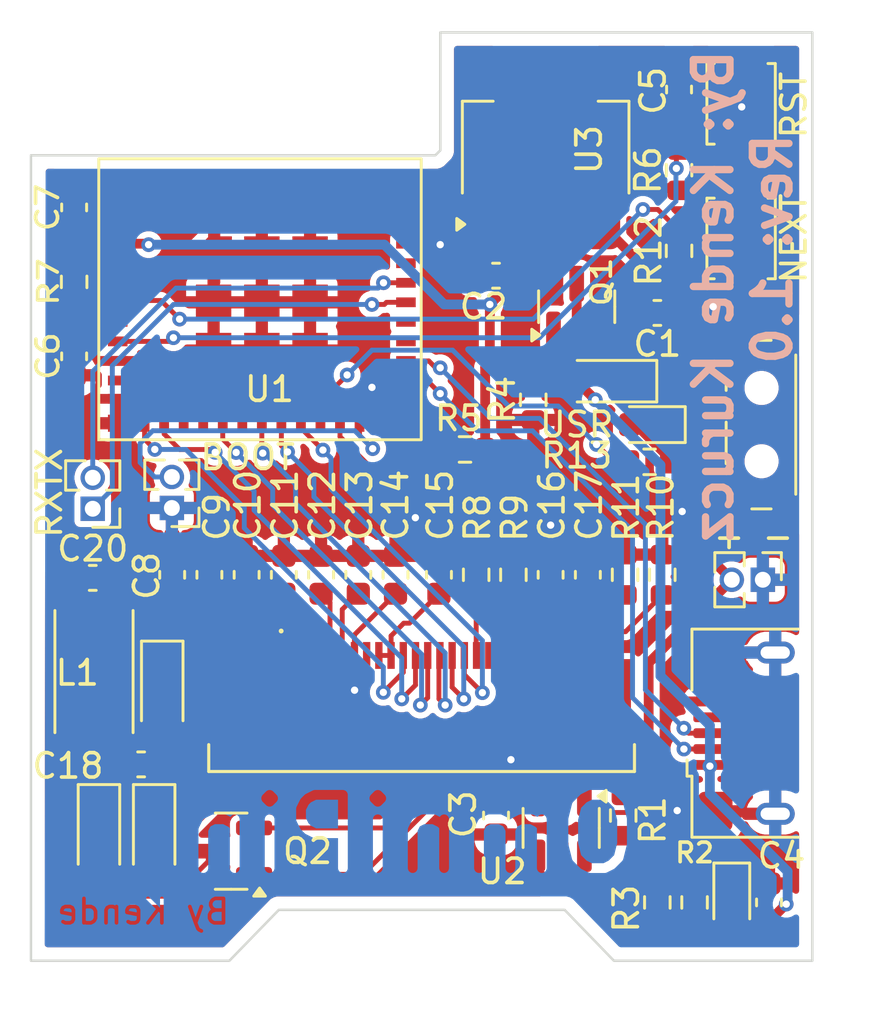
<source format=kicad_pcb>
(kicad_pcb (version 20241229) (generator "pcbnew") (generator_version "9.0")
  (layers (0 "F.Cu" signal) (2 "B.Cu" signal) (13 "F.Paste" user) (15 "B.Paste" user) (5 "F.SilkS" user "F.Silkscreen") (7 "B.SilkS" user "B.Silkscreen") (1 "F.Mask" user) (3 "B.Mask" user) (25 "Edge.Cuts" user))
  (net 0 "")
  (net 1 "GND")
  (net 2 "Net-(D1-K)")
  (net 3 "+3V3")
  (net 4 "VUSB")
  (net 5 "Net-(U1-EN)")
  (net 6 "Net-(D2-A)")
  (net 8 "D-")
  (net 9 "D+")
  (net 10 "VCOM")
  (net 11 "PREVGL")
  (net 12 "Net-(C10-Pad1)")
  (net 13 "PREVGH")
  (net 14 "Net-(D3-K)")
  (net 15 "RESE")
  (net 16 "D{slash}C")
  (net 17 "GDR")
  (net 18 "CS")
  (net 19 "BS")
  (net 20 "BUSY")
  (net 21 "Net-(U2-PROG)")
  (net 22 "Net-(U2-V_{CC})")
  (net 23 "Net-(U1-IO8)")
  (net 24 "Net-(U1-IO2)")
  (net 25 "Net-(U1-IO9)")
  (net 26 "IO5")
  (net 32 "IO0")
  (net 34 "RX")
  (net 36 "IO7")
  (net 40 "TX")
  (net 42 "IO1")
  (net 43 "IO3")
  (net 46 "Net-(D6-A)")
  (net 47 "Net-(Q1-D)")
  (net 48 "Net-(BAT1-Pin_2)")
  (net 49 "Net-(D2-K)")
  (net 52 "Net-(C12-Pad1)")
  (net 53 "Net-(C13-Pad2)")
  (net 55 "Net-(C14-Pad2)")
  (net 56 "Net-(C16-Pad1)")
  (net 57 "Net-(C17-Pad1)")
  (net 58 "Net-(D5-A)")
  (net 59 "Net-(J2-SHIELD-PadSH1)")
  (footprint "Resistor_SMD:R_0603_1608Metric" (layer "F.Cu") (at 121.92 103.3272 -90)
    (property "Reference" "R8")
    (property "Value" "10K")
  )
  (footprint "Resistor_SMD:R_0603_1608Metric" (layer "F.Cu") (at 128.016 103.3272 -90)
    (property "Reference" "R11")
    (property "Value" "3R")
  )
  (footprint "Capacitor_SMD:C_0603_1608Metric" (layer "F.Cu") (at 133.9088 116.7384 90)
    (property "Reference" "C4")
    (property "Value" "10uF")
  )
  (footprint "Capacitor_SMD:C_0603_1608Metric" (layer "F.Cu") (at 126.492 103.3272 90)
    (property "Reference" "C17")
    (property "Value" "4.7uF")
  )
  (footprint "Capacitor_SMD:C_0603_1608Metric" (layer "F.Cu") (at 112.522 103.3272 90)
    (property "Reference" "C10")
    (property "Value" "4.7uF")
  )
  (footprint "SW_BT:SW_SPDT_PCM12" (layer "F.Cu") (at 133.2738 97.1804 90)
    (property "Reference" "SW3" (hide yes))
    (property "Value" "POWER")
  )
  (footprint "Capacitor_SMD:C_0603_1608Metric" (layer "F.Cu") (at 117.094 103.3272 -90)
    (property "Reference" "C13")
    (property "Value" "1uF")
  )
  (footprint "Resistor_SMD:R_0603_1608Metric" (layer "F.Cu") (at 124.2568 96.1644 -90)
    (property "Reference" "R4")
    (property "Value" "10K")
  )
  (footprint "Resistor_SMD:R_0603_1608Metric" (layer "F.Cu") (at 130.2258 86.7664 90)
    (property "Reference" "R6")
    (property "Value" "10K")
  )
  (footprint "Inductor_SMD:L_Taiyo-Yuden_NR-30xx_HandSoldering" (layer "F.Cu") (at 106.2736 107.2898 -90)
    (property "Reference" "L1")
    (property "Value" "L")
  )
  (footprint "Capacitor_SMD:C_0603_1608Metric" (layer "F.Cu") (at 120.396 103.3272 -90)
    (property "Reference" "C15")
    (property "Value" "1uF")
  )
  (footprint "Resistor_SMD:R_0603_1608Metric" (layer "F.Cu") (at 129.3368 116.7384 90)
    (property "Reference" "R3")
    (property "Value" "0.8R")
  )
  (footprint "Capacitor_SMD:C_0603_1608Metric" (layer "F.Cu") (at 130.2258 83.4644 90)
    (property "Reference" "C5")
    (property "Value" "1uF")
  )
  (footprint "Resistor_SMD:R_0603_1608Metric" (layer "F.Cu") (at 129.54 103.3272 -90)
    (property "Reference" "R10")
    (property "Value" "10K")
  )
  (footprint "Diode_SMD:D_SOD-323_HandSoldering" (layer "F.Cu") (at 108.7374 113.9244 -90)
    (property "Reference" "D3" (hide yes))
    (property "Value" "1N5819WS" (hide yes))
  )
  (footprint "FPC:TE_2-1734839-4" (layer "F.Cu") (at 119.686 108.3292)
    (property "Reference" "J2" (hide yes))
    (property "Value" "2-1734839-4" (hide yes))
  )
  (footprint "Package_TO_SOT_SMD:SOT-23" (layer "F.Cu") (at 126.0348 92.3544 90)
    (property "Reference" "Q1")
    (property "Value" "IRLML6402" (hide yes))
  )
  (footprint "Resistor_SMD:R_0603_1608Metric" (layer "F.Cu") (at 127.9398 113.1824 90)
    (property "Reference" "R1")
    (property "Value" "2K")
  )
  (footprint "Package_TO_SOT_SMD:SOT-223-3_TabPin2" (layer "F.Cu") (at 124.7648 85.8524 90)
    (property "Reference" "U3")
    (property "Value" "AMS1117-3.3")
  )
  (footprint "Diode_SMD:D_SOD-323_HandSoldering" (layer "F.Cu") (at 109.0676 108.0518 -90)
    (property "Reference" "D4" (hide yes))
    (property "Value" "1N5819WS" (hide yes))
  )
  (footprint "Connector_PinHeader_1.27mm:PinHeader_1x02_P1.27mm_Vertical" (layer "F.Cu") (at 133.6548 103.5304 -90)
    (property "Reference" "BAT1" (hide yes))
    (property "Value" "Conn_01x02_Pin" (hide yes))
  )
  (footprint "Capacitor_SMD:C_0603_1608Metric" (layer "F.Cu") (at 108.204 111.0883 180)
    (property "Reference" "C18")
    (property "Value" "4.7uF")
  )
  (footprint "Capacitor_SMD:C_0603_1608Metric" (layer "F.Cu") (at 114.046 103.3272 90)
    (property "Reference" "C11")
    (property "Value" "4.7uF")
  )
  (footprint "Resistor_SMD:R_0603_1608Metric" (layer "F.Cu") (at 105.4608 91.3384 90)
    (property "Reference" "R7")
    (property "Value" "10K")
  )
  (footprint "Package_TO_SOT_SMD:TSOT-23-6" (layer "F.Cu") (at 125.3998 113.6904 -90)
    (property "Reference" "U2")
    (property "Value" "TP4057" (hide yes))
  )
  (footprint "Capacitor_SMD:C_0603_1608Metric" (layer "F.Cu") (at 115.57 103.3272 90)
    (property "Reference" "C12")
    (property "Value" "4.7uF")
  )
  (footprint "Capacitor_SMD:C_0603_1608Metric" (layer "F.Cu") (at 129.3368 92.6084)
    (property "Reference" "C1")
    (property "Value" "10uF")
  )
  (footprint "LED_SMD:LED_0603_1608Metric" (layer "F.Cu") (at 128.9943 97.1804 180)
    (property "Reference" "D6" (hide yes))
    (property "Value" "LED")
  )
  (footprint "Capacitor_SMD:C_0603_1608Metric" (layer "F.Cu") (at 118.618 103.3272 -90)
    (property "Reference" "C14")
    (property "Value" "1uF")
  )
  (footprint "SW_BT:SW_SPST_B3U-1000P" (layer "F.Cu") (at 132.7658 89.5604 -90)
    (property "Reference" "SW4" (hide yes))
    (property "Value" "NEXT")
  )
  (footprint "Resistor_SMD:R_0603_1608Metric" (layer "F.Cu") (at 130.2258 90.0684 90)
    (property "Reference" "R12")
    (property "Value" "10K")
  )
  (footprint "Capacitor_SMD:C_0603_1608Metric" (layer "F.Cu") (at 124.968 103.3272 90)
    (property "Reference" "C16")
    (property "Value" "4.7uF")
  )
  (footprint "Connector_PinHeader_1.27mm:PinHeader_1x02_P1.27mm_Vertical" (layer "F.Cu") (at 109.461272 100.593511 180)
    (property "Reference" "SW2" (hide yes))
    (property "Value" "BOOT")
  )
  (footprint "Resistor_SMD:R_0603_1608Metric" (layer "F.Cu") (at 123.444 103.3272 -90)
    (property "Reference" "R9")
    (property "Value" "3R")
  )
  (footprint "Package_TO_SOT_SMD:SOT-23" (layer "F.Cu") (at 111.8893 114.6404 180)
    (property "Reference" "Q2")
    (property "Value" "IRLML6244" (hide yes))
  )
  (footprint "SW_BT:SW_SPST_B3U-1000P" (layer "F.Cu") (at 132.7658 84.0504 -90)
    (property "Reference" "SW1" (hide yes))
    (property "Value" "RST")
  )
  (footprint "Capacitor_SMD:C_0603_1608Metric" (layer "F.Cu") (at 105.4608 88.2904 90)
    (property "Reference" "C7")
    (property "Value" "10uF")
  )
  (footprint "ESP32:ESP32-C3-MINI-1" (layer "F.Cu") (at 113.1448 92.1744)
    (property "Reference" "U1")
    (property "Value" "ESP32-C3-MINI-1")
  )
  (footprint "Capacitor_SMD:C_0603_1608Metric" (layer "F.Cu") (at 110.998 103.3272 90)
    (property "Reference" "C9")
    (property "Value" "4.7uF")
  )
  (footprint "Capacitor_SMD:C_0603_1608Metric" (layer "F.Cu") (at 105.4608 94.3864 -90)
    (property "Reference" "C6")
    (property "Value" "100nF")
  )
  (footprint "Capacitor_SMD:C_0603_1608Metric" (layer "F.Cu") (at 106.2228 103.4542)
    (property "Reference" "C20")
    (property "Value" "4.7uF")
  )
  (footprint "Resistor_SMD:R_0603_1608Metric" (layer "F.Cu") (at 130.8608 116.7384 -90)
    (property "Reference" "R2")
    (property "Value" "2K")
  )
  (footprint "Capacitor_SMD:C_0603_1608Metric" (layer "F.Cu") (at 122.7328 113.1824 -90)
    (property "Reference" "C3")
    (property "Value" "10uF")
  )
  (footprint "Capacitor_SMD:C_0603_1608Metric" (layer "F.Cu") (at 122.7328 91.0844 180)
    (property "Reference" "C2")
    (property "Value" "10uF")
  )
  (footprint "Capacitor_SMD:C_0603_1608Metric" (layer "F.Cu") (at 109.474 103.3272 -90)
    (property "Reference" "C8")
    (property "Value" "1uF")
  )
  (footprint "Resistor_SMD:R_0603_1608Metric" (layer "F.Cu") (at 129.0198 98.7044 180)
    (property "Reference" "R13")
    (property "Value" "470R")
  )
  (footprint "LED_SMD:LED_0603_1608Metric" (layer "F.Cu") (at 132.3848 116.6114 -90)
    (property "Reference" "D2" (hide yes))
    (property "Value" "LED")
  )
  (footprint "Connector_PinHeader_1.27mm:PinHeader_1x02_P1.27mm_Vertical" (layer "F.Cu") (at 106.2228 100.6244 180)
    (property "Reference" "J4" (hide yes))
    (property "Value" "Conn_01x02_Pin" (hide yes))
  )
  (footprint "Resistor_SMD:R_0603_1608Metric" (layer "F.Cu") (at 121.4628 98.1964 180)
    (property "Reference" "R5")
    (property "Value" "10K")
  )
  (footprint "Connector_USB:USB_Micro-B_Amphenol_10118193-0002LF_Horizontal" (layer "F.Cu") (at 134.1628 109.8104 90)
    (property "Reference" "J1" (hide yes))
    (property "Value" "USB_B_Micro")
  )
  (footprint "Diode_SMD:D_SOD-323_HandSoldering" (layer "F.Cu") (at 127.3048 95.4024 180)
    (property "Reference" "D1" (hide yes))
    (property "Value" "1N5819WS" (hide yes))
  )
  (footprint "Diode_SMD:D_SOD-323_HandSoldering" (layer "F.Cu") (at 106.4768 113.9244 -90)
    (property "Reference" "D5" (hide yes))
    (property "Value" "1N5819WS" (hide yes))
  )
  (gr_poly (pts (xy 135.6814 81.1276) (xy 135.6814 119.126) (xy 127.5588 119.126) (xy 125.540005 117.0432) (xy 113.841144 117.0432) (xy 111.8162 119.126) (xy 103.693238 119.126) (xy 103.6932 86.1568) (xy 120.249 86.1568) (xy 120.4522 85.9536) (xy 120.4522 81.1276)) (stroke (width 0.1)) (fill no) (layer "Edge.Cuts"))
  (gr_text "OmniPin" (at 128.7272 115.7224 0) (layer "B.Cu" knockout) (effects (font (size 3 3) (thickness 0.4)) (justify left bottom mirror)))
  (gr_text "By Kende" (at 111.9124 117.7036 0) (layer "B.Cu" knockout) (effects (font (size 1 1)) (justify left bottom mirror)))
  (gr_text "RST" (at 134.9248 84.0994 90) (layer "F.SilkS") (effects (font (size 1 1))))
  (gr_text "RXTX" (at 104.4448 99.9744 90) (layer "F.SilkS") (effects (font (size 1 1))))
  (gr_text "+ -" (at 133.2738 101.7524 0) (layer "F.SilkS") (effects (font (size 1 1))))
  (gr_text "USR" (at 126.0348 97.1804 0) (layer "F.SilkS") (effects (font (size 1 1))))
  (gr_text "BOOT" (at 112.562241 98.519185 0) (layer "F.SilkS") (effects (font (size 1 1) (thickness 0.15) (bold yes))))
  (gr_text "NEXT" (at 134.9248 89.5604 90) (layer "F.SilkS") (effects (font (size 1 1))))
  (gr_text "By: Kende Kurucz\n   Rev: 1.0" (at 134.9248 81.6864 90) (layer "B.SilkS") (effects (font (size 1.5 1.5) (thickness 0.3) (bold yes)) (justify left bottom mirror)))
  (segment (start 125.3998 111.8362) (end 125.9332 111.3028) (width 0.5) (layer "F.Cu") (net 1))
  (segment (start 133.9088 113.3644) (end 134.1628 113.1104) (width 0.4) (layer "F.Cu") (net 1))
  (segment (start 131.4878 106.8354) (end 131.7128 106.6104) (width 0.4) (layer "F.Cu") (net 1))
  (segment (start 125.984 111.252) (end 126.238 111.252) (width 0.5) (layer "F.Cu") (net 1))
  (segment (start 131.4983 112.7959) (end 131.7128 113.0104) (width 0.4) (layer "F.Cu") (net 1))
  (segment (start 105.7518 87.2244) (end 105.4608 87.5154) (width 0.4) (layer "F.Cu") (net 1))
  (segment (start 125.9332 111.3028) (end 125.984 111.252) (width 0.5) (layer "F.Cu") (net 1))
  (segment (start 125.3998 112.5529) (end 125.3998 111.8362) (width 0.5) (layer "F.Cu") (net 1))
  (segment (start 107.2448 87.2744) (end 107.1948 87.2244) (width 0.4) (layer "F.Cu") (net 1))
  (segment (start 107.1948 87.2244) (end 105.7518 87.2244) (width 0.4) (layer "F.Cu") (net 1))
  (segment (start 131.4878 108.5104) (end 131.4878 106.8354) (width 0.4) (layer "F.Cu") (net 1))
  (segment (start 134.1628 106.5104) (end 134.4168 106.2564) (width 0.4) (layer "F.Cu") (net 1))
  (segment (start 117.436 107.5572) (end 116.9416 108.0516) (width 0.2) (layer "F.Cu") (net 1))
  (segment (start 131.8128 113.1104) (end 131.7128 113.0104) (width 0.4) (layer "F.Cu") (net 1))
  (segment (start 117.436 106.6292) (end 117.436 107.5572) (width 0.2) (layer "F.Cu") (net 1))
  (segment (start 125.3998 112.5529) (end 125.3998 112.141) (width 0.2) (layer "F.Cu") (net 1))
  (via (at 116.9416 108.0516) (size 0.6) (drill 0.3) (layers "F.Cu" "B.Cu") (net 1))
  (via (at 124.968 101.2952) (size 0.6) (drill 0.3) (layers "F.Cu" "B.Cu") (net 1))
  (via (at 130.1496 112.9792) (size 0.6) (drill 0.3) (layers "F.Cu" "B.Cu") (net 1))
  (via (at 131.6228 92.3544) (size 0.6) (drill 0.3) (layers "F.Cu" "B.Cu") (net 1))
  (via (at 120.4468 89.8144) (size 0.6) (drill 0.3) (layers "F.Cu" "B.Cu") (net 1))
  (via (at 119.4308 100.9904) (size 0.6) (drill 0.3) (layers "F.Cu" "B.Cu") (net 1))
  (via (at 130.3528 100.7364) (size 0.6) (drill 0.3) (layers "F.Cu" "B.Cu") (net 1))
  (via (at 117.6528 95.6564) (size 0.6) (drill 0.3) (layers "F.Cu" "B.Cu") (net 1))
  (via (at 123.3424 110.8964) (size 0.6) (drill 0.3) (layers "F.Cu" "B.Cu") (net 1))
  (via (at 132.7912 84.1756) (size 0.6) (drill 0.3) (layers "F.Cu" "B.Cu") (net 1))
  (segment (start 128.5618 90.4994) (end 127.0648 89.0024) (width 0.4) (layer "F.Cu") (net 2))
  (segment (start 128.5618 92.6084) (end 128.5618 90.4994) (width 0.4) (layer "F.Cu") (net 2))
  (segment (start 128.5548 92.6154) (end 128.5618 92.6084) (width 0.4) (layer "F.Cu") (net 2))
  (segment (start 127.7143 93.2919) (end 126.9848 93.2919) (width 0.4) (layer "F.Cu") (net 2))
  (segment (start 128.5548 95.4024) (end 128.5548 93.3704) (width 0.4) (layer "F.Cu") (net 2))
  (segment (start 128.5548 93.3704) (end 128.5548 92.6154) (width 0.4) (layer "F.Cu") (net 2))
  (segment (start 128.5548 94.1324) (end 127.7143 93.2919) (width 0.4) (layer "F.Cu") (net 2))
  (segment (start 104.5848 93.6114) (end 105.4608 93.6114) (width 0.4) (layer "F.Cu") (net 3))
  (segment (start 104.5848 91.3894) (end 104.5848 102.5912) (width 0.4) (layer "F.Cu") (net 3))
  (segment (start 118.436 105.8272) (end 118.9548 105.3084) (width 0.2) (layer "F.Cu") (net 3))
  (segment (start 132.7658 87.8604) (end 132.5862 87.6808) (width 0.4) (layer "F.Cu") (net 3))
  (segment (start 120.396 104.1022) (end 120.396 104.0262) (width 0.4) (layer "F.Cu") (net 3))
  (segment (start 124.7648 89.0024) (end 124.7648 82.7024) (width 0.4) (layer "F.Cu") (net 3))
  (segment (start 124.7648 88.9004) (end 126.1658 87.4994) (width 0.4) (layer "F.Cu") (net 3))
  (segment (start 118.436 106.6292) (end 118.436 105.8272) (width 0.2) (layer "F.Cu") (net 3))
  (segment (start 105.4608 89.0654) (end 105.4608 89.5604) (width 0.4) (layer "F.Cu") (net 3))
  (segment (start 123.5078 91.2334) (end 123.5078 91.0844) (width 0.4) (layer "F.Cu") (net 3))
  (segment (start 105.4608 90.5134) (end 104.5848 91.3894) (width 0.4) (layer "F.Cu") (net 3))
  (segment (start 124.7648 89.0024) (end 124.7648 89.8274) (width 0.4) (layer "F.Cu") (net 3))
  (segment (start 132.5862 87.6808) (end 130.3152 87.6808) (width 0.4) (layer "F.Cu") (net 3))
  (segment (start 104.5848 102.5912) (end 105.4478 103.4542) (width 0.4) (layer "F.Cu") (net 3))
  (segment (start 130.3152 87.6808) (end 130.2258 87.5914) (width 0.4) (layer "F.Cu") (net 3))
  (segment (start 107.2448 89.7744) (end 106.1698 89.7744) (width 0.4) (layer "F.Cu") (net 3))
  (segment (start 121.92 102.0572) (end 122.2878 101.6894) (width 0.4) (layer "F.Cu") (net 3))
  (segment (start 121.92 102.5022) (end 121.92 102.0572) (width 0.4) (layer "F.Cu") (net 3))
  (segment (start 119.1898 105.3084) (end 120.396 104.1022) (width 0.2) (layer "F.Cu") (net 3))
  (segment (start 130.2258 87.5914) (end 130.1338 87.4994) (width 0.4) (layer "F.Cu") (net 3))
  (segment (start 122.2878 94.8314) (end 122.2878 98.1964) (width 0.4) (layer "F.Cu") (net 3))
  (segment (start 128.8288 87.4994) (end 126.1658 87.4994) (width 0.4) (layer "F.Cu") (net 3))
  (segment (start 117.936 106.6292) (end 118.436 106.6292) (width 0.2) (layer "F.Cu") (net 3))
  (segment (start 120.396 104.0262) (end 121.92 102.5022) (width 0.4) (layer "F.Cu") (net 3))
  (segment (start 108.4688 89.7744) (end 108.5088 89.8144) (width 0.4) (layer "F.Cu") (net 3))
  (segment (start 105.4608 89.5604) (end 105.4608 90.5134) (width 0.4) (layer "F.Cu") (net 3))
  (segment (start 124.7648 89.0024) (end 124.7648 88.9004) (width 0.4) (layer "F.Cu") (net 3))
  (segment (start 130.1338 87.4994) (end 128.8288 87.4994) (width 0.4) (layer "F.Cu") (net 3))
  (segment (start 122.2878 99.2124) (end 122.2878 98.1964) (width 0.4) (layer "F.Cu") (net 3))
  (segment (start 122.4788 92.2624) (end 123.5078 91.2334) (width 0.4) (layer "F.Cu") (net 3))
  (segment (start 105.4478 104.864) (end 106.2736 105.6898) (width 0.4) (layer "F.Cu") (net 3))
  (segment (start 122.4788 92.2624) (end 122.4788 94.6404) (width 0.4) (layer "F.Cu") (net 3))
  (segment (start 106.1698 89.7744) (end 106.1698 89.8044) (width 0.4) (layer "F.Cu") (net 3))
  (segment (start 124.7648 89.8274) (end 123.5078 91.0844) (width 0.4) (layer "F.Cu") (net 3))
  (segment (start 106.1698 89.8044) (end 105.4608 90.5134) (width 0.4) (layer "F.Cu") (net 3))
  (segment (start 118.9548 105.3084) (end 119.1898 105.3084) (width 0.2) (layer "F.Cu") (net 3))
  (segment (start 126.1658 87.4994) (end 124.7648 86.0984) (width 0.4) (layer "F.Cu") (net 3))
  (segment (start 107.2448 89.7744) (end 108.4688 89.7744) (width 0.4) (layer "F.Cu") (net 3))
  (segment (start 122.4788 94.6404) (end 122.2878 94.8314) (width 0.4) (layer "F.Cu") (net 3))
  (segment (start 122.2878 101.6894) (end 122.2878 99.2124) (width 0.4) (layer "F.Cu") (net 3))
  (segment (start 106.1698 89.7744) (end 105.4608 89.0654) (width 0.4) (layer "F.Cu") (net 3))
  (segment (start 105.4478 103.4542) (end 105.4478 104.864) (width 0.4) (layer "F.Cu") (net 3))
  (via (at 108.5088 89.8144) (size 0.6) (drill 0.3) (layers "F.Cu" "B.Cu") (net 3))
  (via (at 122.4788 92.2624) (size 0.6) (drill 0.3) (layers "F.Cu" "B.Cu") (net 3))
  (segment (start 120.6088 92.2624) (end 118.1608 89.8144) (width 0.4) (layer "B.Cu") (net 3))
  (segment (start 122.4788 92.2624) (end 120.6088 92.2624) (width 0.4) (layer "B.Cu") (net 3))
  (segment (start 118.1608 89.8144) (end 108.5088 89.8144) (width 0.4) (layer "B.Cu") (net 3))
  (segment (start 126.7968 96.1644) (end 126.1056 95.4732) (width 0.4) (layer "F.Cu") (net 4))
  (segment (start 124.2568 95.3394) (end 125.9918 95.3394) (width 0.4) (layer "F.Cu") (net 4))
  (segment (start 126.0548 95.4024) (end 125.0848 94.4324) (width 0.4) (layer "F.Cu") (net 4))
  (segment (start 126.1056 95.4732) (end 126.1056 95.4532) (width 0.4) (layer "F.Cu") (net 4))
  (segment (start 126.1056 95.4532) (end 126.0548 95.4024) (width 0.4) (layer "F.Cu") (net 4))
  (segment (start 125.9918 95.3394) (end 126.0548 95.4024) (width 0.4) (layer "F.Cu") (net 4))
  (segment (start 125.0848 94.4324) (end 125.0848 93.2919) (width 0.4) (layer "F.Cu") (net 4))
  (segment (start 131.4878 111.1604) (end 131.4878 111.1104) (width 0.4) (layer "F.Cu") (net 4))
  (segment (start 131.5348 118.2374) (end 133.1848 118.2374) (width 0.4) (layer "F.Cu") (net 4))
  (segment (start 129.3368 117.5634) (end 130.8608 117.5634) (width 0.4) (layer "F.Cu") (net 4))
  (segment (start 130.8608 117.5634) (end 131.5348 118.2374) (width 0.4) (layer "F.Cu") (net 4))
  (segment (start 134.6138 116.8084) (end 133.9088 117.5134) (width 0.4) (layer "F.Cu") (net 4))
  (segment (start 133.1848 118.2374) (end 133.9088 117.5134) (width 0.4) (layer "F.Cu") (net 4))
  (via (at 134.6138 116.8084) (size 0.6) (drill 0.3) (layers "F.Cu" "B.Cu") (net 4))
  (via (at 126.7968 96.1644) (size 0.6) (drill 0.3) (layers "F.Cu" "B.Cu") (net 4))
  (via (at 131.4878 111.1604) (size 0.6) (drill 0.3) (layers "F.Cu" "B.Cu") (net 4))
  (segment (start 134.6708 116.7514) (end 134.6138 116.8084) (width 0.4) (layer "B.Cu") (net 4))
  (segment (start 126.7968 96.1644) (end 129.4638 98.8314) (width 0.4) (layer "B.Cu") (net 4))
  (segment (start 131.4878 112.2854) (end 134.6708 115.4684) (width 0.4) (layer "B.Cu") (net 4))
  (segment (start 129.4638 107.4674) (end 131.4878 109.4914) (width 0.4) (layer "B.Cu") (net 4))
  (segment (start 131.4878 109.4914) (end 131.4878 111.1604) (width 0.4) (layer "B.Cu") (net 4))
  (segment (start 134.6708 115.4684) (end 134.6708 116.7514) (width 0.4) (layer "B.Cu") (net 4))
  (segment (start 129.4638 98.8314) (end 129.4638 107.4674) (width 0.4) (layer "B.Cu") (net 4))
  (segment (start 131.4878 111.1604) (end 131.4878 112.2854) (width 0.4) (layer "B.Cu") (net 4))
  (segment (start 130.2258 85.9414) (end 130.2258 84.2394) (width 0.2) (layer "F.Cu") (net 5))
  (segment (start 130.1948 85.9414) (end 130.2258 85.9414) (width 0.2) (layer "F.Cu") (net 5))
  (segment (start 107.2448 93.7744) (end 109.3748 93.7744) (width 0.2) (layer "F.Cu") (net 5))
  (segment (start 132.7658 85.7504) (end 130.4168 85.7504) (width 0.2) (layer "F.Cu") (net 5))
  (segment (start 130.115473 86.020727) (end 130.1948 85.9414) (width 0.2) (layer "F.Cu") (net 5))
  (segment (start 109.3748 93.7744) (end 109.5248 93.6244) (width 0.2) (layer "F.Cu") (net 5))
  (segment (start 130.115473 86.6914) (end 130.115473 86.020727) (width 0.2) (layer "F.Cu") (net 5))
  (segment (start 130.4168 85.7504) (end 130.2258 85.9414) (width 0.2) (layer "F.Cu") (net 5))
  (via (at 109.5248 93.6244) (size 0.6) (drill 0.3) (layers "F.Cu" "B.Cu") (net 5))
  (via (at 130.115473 86.6914) (size 0.6) (drill 0.3) (layers "F.Cu" "B.Cu") (net 5))
  (segment (start 130.0988 86.708073) (end 130.0988 88.0364) (width 0.2) (layer "B.Cu") (net 5))
  (segment (start 130.0988 88.0364) (end 124.5108 93.6244) (width 0.2) (layer "B.Cu") (net 5))
  (segment (start 124.5108 93.6244) (end 109.5248 93.6244) (width 0.2) (layer "B.Cu") (net 5))
  (segment (start 130.115473 86.6914) (end 130.0988 86.708073) (width 0.2) (layer "B.Cu") (net 5))
  (segment (start 130.8993 115.9134) (end 132.3848 117.3989) (width 0.4) (layer "F.Cu") (net 6))
  (segment (start 130.8608 115.9134) (end 130.8993 115.9134) (width 0.4) (layer "F.Cu") (net 6))
  (segment (start 119.9108 95.3744) (end 119.0448 95.3744) (width 0.2) (layer "F.Cu") (net 8))
  (segment (start 130.4248 110.4604) (end 131.4878 110.4604) (width 0.2) (layer "F.Cu") (net 8))
  (segment (start 120.4468 95.9104) (end 119.9108 95.3744) (width 0.2) (layer "F.Cu") (net 8))
  (via (at 130.4248 110.4604) (size 0.6) (drill 0.3) (layers "F.Cu" "B.Cu") (net 8))
  (via (at 120.4468 95.9104) (size 0.6) (drill 0.3) (layers "F.Cu" "B.Cu") (net 8))
  (segment (start 124.22725 97.4344) (end 121.9708 97.4344) (width 0.2) (layer "B.Cu") (net 8))
  (segment (start 128.3208 108.3564) (end 128.3208 101.52795) (width 0.2) (layer "B.Cu") (net 8))
  (segment (start 128.3208 101.52795) (end 124.22725 97.4344) (width 0.2) (layer "B.Cu") (net 8))
  (segment (start 121.9708 97.4344) (end 120.4468 95.9104) (width 0.2) (layer "B.Cu") (net 8))
  (segment (start 130.4248 110.4604) (end 128.3208 108.3564) (width 0.2) (layer "B.Cu") (net 8))
  (segment (start 130.62333 109.8104) (end 131.4878 109.8104) (width 0.2) (layer "F.Cu") (net 9))
  (segment (start 120.26217 94.8554) (end 119.98117 94.5744) (width 0.2) (layer "F.Cu") (net 9))
  (segment (start 119.98117 94.5744) (end 119.0448 94.5744) (width 0.2) (layer "F.Cu") (net 9))
  (segment (start 120.4468 94.8554) (end 120.26217 94.8554) (width 0.2) (layer "F.Cu") (net 9))
  (segment (start 130.421465 109.608535) (end 130.62333 109.8104) (width 0.2) (layer "F.Cu") (net 9))
  (via (at 130.421465 109.608535) (size 0.6) (drill 0.3) (layers "F.Cu" "B.Cu") (net 9))
  (via (at 120.4468 94.8554) (size 0.6) (drill 0.3) (layers "F.Cu" "B.Cu") (net 9))
  (segment (start 128.8488 108.03587) (end 128.8488 101.2644) (width 0.2) (layer "B.Cu") (net 9))
  (segment (start 128.8488 101.2644) (end 124.5108 96.9264) (width 0.2) (layer "B.Cu") (net 9))
  (segment (start 122.5178 96.9264) (end 120.4468 94.8554) (width 0.2) (layer "B.Cu") (net 9))
  (segment (start 124.5108 96.9264) (end 122.5178 96.9264) (width 0.2) (layer "B.Cu") (net 9))
  (segment (start 130.421465 109.608535) (end 128.8488 108.03587) (width 0.2) (layer "B.Cu") (net 9))
  (segment (start 111.027 105.6552) (end 109.474 104.1022) (width 0.2) (layer "F.Cu") (net 10))
  (segment (start 113.936 106.6292) (end 112.962 105.6552) (width 0.2) (layer "F.Cu") (net 10))
  (segment (start 112.962 105.6552) (end 111.027 105.6552) (width 0.2) (layer "F.Cu") (net 10))
  (segment (start 110.998 104.1022) (end 112.15 105.2542) (width 0.2) (layer "F.Cu") (net 11))
  (segment (start 114.436 109.9984) (end 114.436 106.6292) (width 0.2) (layer "F.Cu") (net 11))
  (segment (start 112.4712 110.744) (end 113.6904 110.744) (width 0.2) (layer "F.Cu") (net 11))
  (segment (start 112.15 105.2542) (end 113.7439 105.2542) (width 0.2) (layer "F.Cu") (net 11))
  (segment (start 114.436 105.9463) (end 114.436 106.6292) (width 0.2) (layer "F.Cu") (net 11))
  (segment (start 113.7439 105.2542) (end 114.436 105.9463) (width 0.2) (layer "F.Cu") (net 11))
  (segment (start 108.7374 115.1744) (end 108.7374 114.4778) (width 0.2) (layer "F.Cu") (net 11))
  (segment (start 108.7374 114.4778) (end 112.4712 110.744) (width 0.2) (layer "F.Cu") (net 11))
  (segment (start 113.6904 110.744) (end 114.436 109.9984) (width 0.2) (layer "F.Cu") (net 11))
  (segment (start 114.936 105.8792) (end 113.91 104.8532) (width 0.2) (layer "F.Cu") (net 12))
  (segment (start 114.936 106.6292) (end 114.936 105.8792) (width 0.2) (layer "F.Cu") (net 12))
  (segment (start 113.91 104.8532) (end 113.273 104.8532) (width 0.2) (layer "F.Cu") (net 12))
  (segment (start 113.273 104.8532) (end 112.522 104.1022) (width 0.2) (layer "F.Cu") (net 12))
  (segment (start 114.046 104.1022) (end 114.1606 104.1022) (width 0.2) (layer "F.Cu") (net 13))
  (segment (start 115.436 109.7096) (end 115.436 106.6292) (width 0.2) (layer "F.Cu") (net 13))
  (segment (start 106.4768 112.6744) (end 107.5436 113.7412) (width 0.2) (layer "F.Cu") (net 13))
  (segment (start 113.8428 111.3028) (end 115.436 109.7096) (width 0.2) (layer "F.Cu") (net 13))
  (segment (start 112.6744 111.3028) (end 113.8428 111.3028) (width 0.2) (layer "F.Cu") (net 13))
  (segment (start 107.5436 113.7412) (end 107.5436 115.4684) (width 0.2) (layer "F.Cu") (net 13))
  (segment (start 109.728 114.2492) (end 112.6744 111.3028) (width 0.2) (layer "F.Cu") (net 13))
  (segment (start 107.5436 115.4684) (end 108.0506 115.9754) (width 0.2) (layer "F.Cu") (net 13))
  (segment (start 109.2718 115.9754) (end 109.728 115.5192) (width 0.2) (layer "F.Cu") (net 13))
  (segment (start 108.0506 115.9754) (end 109.2718 115.9754) (width 0.2) (layer "F.Cu") (net 13))
  (segment (start 114.1606 104.1022) (end 115.436 105.3776) (width 0.2) (layer "F.Cu") (net 13))
  (segment (start 115.436 105.3776) (end 115.436 106.6292) (width 0.2) (layer "F.Cu") (net 13))
  (segment (start 109.728 115.5192) (end 109.728 114.2492) (width 0.2) (layer "F.Cu") (net 13))
  (segment (start 108.979 112.4328) (end 108.7374 112.6744) (width 0.2) (layer "F.Cu") (net 14))
  (segment (start 109.0676 109.3018) (end 109.0676 110.9997) (width 0.2) (layer "F.Cu") (net 14))
  (segment (start 108.979 111.0883) (end 108.979 112.4328) (width 0.2) (layer "F.Cu") (net 14))
  (segment (start 109.0676 110.9997) (end 108.979 111.0883) (width 0.2) (layer "F.Cu") (net 14))
  (segment (start 112.8268 113.6904) (end 118.1768 113.6904) (width 0.2) (layer "F.Cu") (net 15))
  (segment (start 125.0761 105.2542) (end 124.436 105.8943) (width 0.2) (layer "F.Cu") (net 15))
  (segment (start 124.436 105.8943) (end 124.436 106.6292) (width 0.2) (layer "F.Cu") (net 15))
  (segment (start 128.016 104.1522) (end 126.914 105.2542) (width 0.2) (layer "F.Cu") (net 15))
  (segment (start 124.436 107.4312) (end 124.436 106.6292) (width 0.2) (layer "F.Cu") (net 15))
  (segment (start 126.914 105.2542) (end 125.0761 105.2542) (width 0.2) (layer "F.Cu") (net 15))
  (segment (start 118.1768 113.6904) (end 124.436 107.4312) (width 0.2) (layer "F.Cu") (net 15))
  (segment (start 113.1824 98.3488) (end 113.1448 98.3112) (width 0.2) (layer "F.Cu") (net 16))
  (segment (start 120.396 108.4072) (end 120.396 106.6692) (width 0.2) (layer "F.Cu") (net 16))
  (segment (start 120.396 106.6692) (end 120.436 106.6292) (width 0.2) (layer "F.Cu") (net 16))
  (segment (start 113.1448 98.3112) (end 113.1448 97.0744) (width 0.2) (layer "F.Cu") (net 16))
  (segment (start 120.65 108.6612) (end 120.396 108.4072) (width 0.2) (layer "F.Cu") (net 16))
  (via (at 120.65 108.6612) (size 0.6) (drill 0.3) (layers "F.Cu" "B.Cu") (net 16))
  (via (at 113.1824 98.3488) (size 0.6) (drill 0.3) (layers "F.Cu" "B.Cu") (net 16))
  (segment (start 120.65 106.5276) (end 120.65 108.6612) (width 0.2) (layer "B.Cu") (net 16))
  (segment (start 114.526749 99.629149) (end 114.526749 100.404349) (width 0.2) (layer "B.Cu") (net 16))
  (segment (start 113.1824 98.3488) (end 113.2464 98.3488) (width 0.2) (layer "B.Cu") (net 16))
  (segment (start 113.2464 98.3488) (end 114.526749 99.629149) (width 0.2) (layer "B.Cu") (net 16))
  (segment (start 114.526749 100.404349) (end 120.65 106.5276) (width 0.2) (layer "B.Cu") (net 16))
  (segment (start 117.2768 115.5904) (end 124.936 107.9312) (width 0.2) (layer "F.Cu") (net 17))
  (segment (start 124.936 105.9614) (end 125.2422 105.6552) (width 0.2) (layer "F.Cu") (net 17))
  (segment (start 124.936 107.9312) (end 124.936 106.6292) (width 0.2) (layer "F.Cu") (net 17))
  (segment (start 112.8268 115.5904) (end 117.2768 115.5904) (width 0.2) (layer "F.Cu") (net 17))
  (segment (start 128.037 105.6552) (end 129.54 104.1522) (width 0.2) (layer "F.Cu") (net 17))
  (segment (start 124.936 106.6292) (end 124.936 105.9614) (width 0.2) (layer "F.Cu") (net 17))
  (segment (start 125.2422 105.6552) (end 128.037 105.6552) (width 0.2) (layer "F.Cu") (net 17))
  (segment (start 112.091835 98.321761) (end 111.5448 97.774726) (width 0.2) (layer "F.Cu") (net 18))
  (segment (start 111.5448 97.774726) (end 111.5448 97.0744) (width 0.2) (layer "F.Cu") (net 18))
  (segment (start 119.936 108.3592) (end 119.936 106.6292) (width 0.2) (layer "F.Cu") (net 18))
  (segment (start 119.634 108.6612) (end 119.936 108.3592) (width 0.2) (layer "F.Cu") (net 18))
  (via (at 112.091835 98.321761) (size 0.6) (drill 0.3) (layers "F.Cu" "B.Cu") (net 18))
  (via (at 119.634 108.6612) (size 0.6) (drill 0.3) (layers "F.Cu" "B.Cu") (net 18))
  (segment (start 119.6848 106.5784) (end 119.6848 108.6104) (width 0.2) (layer "B.Cu") (net 18))
  (segment (start 113.5888 100.4824) (end 119.6848 106.5784) (width 0.2) (layer "B.Cu") (net 18))
  (segment (start 113.5888 99.818726) (end 113.5888 100.4824) (width 0.2) (layer "B.Cu") (net 18))
  (segment (start 119.6848 108.6104) (end 119.634 108.6612) (width 0.2) (layer "B.Cu") (net 18))
  (segment (start 112.091835 98.321761) (end 113.5888 99.818726) (width 0.2) (layer "B.Cu") (net 18))
  (segment (start 121.92 104.1522) (end 121.92 106.6132) (width 0.2) (layer "F.Cu") (net 19))
  (segment (start 121.92 106.6132) (end 121.936 106.6292) (width 0.2) (layer "F.Cu") (net 19))
  (segment (start 123.444 104.1522) (end 121.92 104.1522) (width 0.2) (layer "F.Cu") (net 19))
  (segment (start 121.936 104.1682) (end 121.92 104.1522) (width 0.2) (layer "F.Cu") (net 19))
  (segment (start 115.6462 98.2218) (end 114.7448 97.3204) (width 0.2) (layer "F.Cu") (net 20))
  (segment (start 122.174 108.1532) (end 121.436 107.4152) (width 0.2) (layer "F.Cu") (net 20))
  (segment (start 114.7448 97.3204) (end 114.7448 97.0744) (width 0.2) (layer "F.Cu") (net 20))
  (segment (start 121.436 107.4152) (end 121.436 106.6292) (width 0.2) (layer "F.Cu") (net 20))
  (via (at 122.174 108.1532) (size 0.6) (drill 0.3) (layers "F.Cu" "B.Cu") (net 20))
  (via (at 115.6462 98.2218) (size 0.6) (drill 0.3) (layers "F.Cu" "B.Cu") (net 20))
  (segment (start 122.174 106.0196) (end 122.174 108.1532) (width 0.2) (layer "B.Cu") (net 20))
  (segment (start 115.6462 98.2218) (end 115.9764 98.552) (width 0.2) (layer "B.Cu") (net 20))
  (segment (start 115.9764 99.822) (end 122.174 106.0196) (width 0.2) (layer "B.Cu") (net 20))
  (segment (start 115.9764 98.552) (end 115.9764 99.822) (width 0.2) (layer "B.Cu") (net 20))
  (segment (start 127.1193 114.8279) (end 127.9398 114.0074) (width 0.2) (layer "F.Cu") (net 21))
  (segment (start 126.3498 114.8279) (end 127.1193 114.8279) (width 0.2) (layer "F.Cu") (net 21))
  (segment (start 124.872801 115.9134) (end 129.3368 115.9134) (width 0.4) (layer "F.Cu") (net 22))
  (segment (start 124.4498 114.8279) (end 124.4498 115.490399) (width 0.4) (layer "F.Cu") (net 22))
  (segment (start 124.4498 115.490399) (end 124.872801 115.9134) (width 0.4) (layer "F.Cu") (net 22))
  (segment (start 116.3448 97.0744) (end 116.3448 97.6744) (width 0.2) (layer "F.Cu") (net 23))
  (segment (start 117.6288 98.9584) (end 119.8758 98.9584) (width 0.2) (layer "F.Cu") (net 23))
  (segment (start 119.8758 98.9584) (end 120.6378 98.1964) (width 0.2) (layer "F.Cu") (net 23))
  (segment (start 116.3448 97.6744) (end 117.6288 98.9584) (width 0.2) (layer "F.Cu") (net 23))
  (segment (start 106.2498 91.3744) (end 107.2448 91.3744) (width 0.2) (layer "F.Cu") (net 24))
  (segment (start 105.4608 92.1634) (end 106.2498 91.3744) (width 0.2) (layer "F.Cu") (net 24))
  (segment (start 117.1448 97.62587) (end 117.684065 98.165135) (width 0.2) (layer "F.Cu") (net 25))
  (segment (start 117.1448 97.0744) (end 117.1448 97.62587) (width 0.2) (layer "F.Cu") (net 25))
  (via (at 117.684065 98.165135) (size 0.6) (drill 0.3) (layers "F.Cu" "B.Cu") (net 25))
  (segment (start 108.754166 99.323511) (end 109.461272 99.323511) (width 0.2) (layer "B.Cu") (net 25))
  (segment (start 108.1618 98.731145) (end 108.754166 99.323511) (width 0.2) (layer "B.Cu") (net 25))
  (segment (start 117.684065 98.165135) (end 116.949832 97.430902) (width 0.2) (layer "B.Cu") (net 25))
  (segment (start 108.1618 97.947457) (end 108.1618 98.731145) (width 0.2) (layer "B.Cu") (net 25))
  (segment (start 116.949832 97.430902) (end 108.678355 97.430902) (width 0.2) (layer "B.Cu") (net 25))
  (segment (start 108.678355 97.430902) (end 108.1618 97.947457) (width 0.2) (layer "B.Cu") (net 25))
  (segment (start 114.1984 98.298) (end 113.9448 98.0444) (width 0.2) (layer "F.Cu") (net 26))
  (segment (start 113.9448 98.0444) (end 113.9448 97.0744) (width 0.2) (layer "F.Cu") (net 26))
  (segment (start 120.936 107.9312) (end 120.936 106.6292) (width 0.2) (layer "F.Cu") (net 26))
  (segment (start 121.412 108.4072) (end 120.936 107.9312) (width 0.2) (layer "F.Cu") (net 26))
  (via (at 114.1984 98.298) (size 0.6) (drill 0.3) (layers "F.Cu" "B.Cu") (net 26))
  (via (at 121.412 108.4072) (size 0.6) (drill 0.3) (layers "F.Cu" "B.Cu") (net 26))
  (segment (start 121.412 106.2736) (end 121.412 108.4072) (width 0.2) (layer "B.Cu") (net 26))
  (segment (start 115.2748 99.3744) (end 115.2748 100.1364) (width 0.2) (layer "B.Cu") (net 26))
  (segment (start 115.2748 100.1364) (end 121.412 106.2736) (width 0.2) (layer "B.Cu") (net 26))
  (segment (start 114.1984 98.298) (end 115.2748 99.3744) (width 0.2) (layer "B.Cu") (net 26))
  (segment (start 108.3448 97.7784) (end 108.3448 97.0744) (width 0.2) (layer "F.Cu") (net 32))
  (segment (start 118.936 107.321668) (end 118.936 106.6292) (width 0.2) (layer "F.Cu") (net 32))
  (segment (start 118.118088 108.13958) (end 118.936 107.321668) (width 0.2) (layer "F.Cu") (net 32))
  (segment (start 108.7628 98.1964) (end 108.3448 97.7784) (width 0.2) (layer "F.Cu") (net 32))
  (via (at 118.118088 108.13958) (size 0.6) (drill 0.3) (layers "F.Cu" "B.Cu") (net 32))
  (via (at 108.7628 98.1964) (size 0.6) (drill 0.3) (layers "F.Cu" "B.Cu") (net 32))
  (segment (start 118.118088 107.102788) (end 118.118088 108.13958) (width 0.2) (layer "B.Cu") (net 32))
  (segment (start 112.4258 101.4105) (end 118.118088 107.102788) (width 0.2) (layer "B.Cu") (net 32))
  (segment (start 108.7628 98.1964) (end 110.0328 98.1964) (width 0.2) (layer "B.Cu") (net 32))
  (segment (start 112.4258 100.5894) (end 112.4258 101.4105) (width 0.2) (layer "B.Cu") (net 32))
  (segment (start 110.0328 98.1964) (end 112.4258 100.5894) (width 0.2) (layer "B.Cu") (net 32))
  (segment (start 118.2488 92.1744) (end 119.0448 92.1744) (width 0.2) (layer "F.Cu") (net 34))
  (segment (start 118.1618 92.2614) (end 118.2488 92.1744) (width 0.2) (layer "F.Cu") (net 34))
  (segment (start 117.6518 92.2614) (end 118.1618 92.2614) (width 0.2) (layer "F.Cu") (net 34))
  (via (at 117.6518 92.2614) (size 0.6) (drill 0.3) (layers "F.Cu" "B.Cu") (net 34))
  (segment (start 107.0238 94.767457) (end 107.0238 99.8234) (width 0.2) (layer "B.Cu") (net 34))
  (segment (start 109.529857 92.2614) (end 107.0238 94.767457) (width 0.2) (layer "B.Cu") (net 34))
  (segment (start 107.0238 99.8234) (end 106.2228 100.6244) (width 0.2) (layer "B.Cu") (net 34))
  (segment (start 117.6518 92.2614) (end 109.529857 92.2614) (width 0.2) (layer "B.Cu") (net 34))
  (segment (start 115.5448 96.2404) (end 115.5448 97.0744) (width 0.2) (layer "F.Cu") (net 36))
  (segment (start 116.6368 95.1484) (end 115.5448 96.2404) (width 0.2) (layer "F.Cu") (net 36))
  (segment (start 126.8476 97.9932) (end 127.5588 98.7044) (width 0.2) (layer "F.Cu") (net 36))
  (segment (start 127.5588 98.7044) (end 128.1948 98.7044) (width 0.2) (layer "F.Cu") (net 36))
  (via (at 116.6368 95.1484) (size 0.6) (drill 0.3) (layers "F.Cu" "B.Cu") (net 36))
  (via (at 126.8476 97.9932) (size 0.6) (drill 0.3) (layers "F.Cu" "B.Cu") (net 36))
  (segment (start 117.6528 94.1324) (end 116.6368 95.1484) (width 0.2) (layer "B.Cu") (net 36))
  (segment (start 123.2408 96.4184) (end 120.9548 94.1324) (width 0.2) (layer "B.Cu") (net 36))
  (segment (start 126.8476 97.9932) (end 125.2728 96.4184) (width 0.2) (layer "B.Cu") (net 36))
  (segment (start 120.9548 94.1324) (end 117.6528 94.1324) (width 0.2) (layer "B.Cu") (net 36))
  (segment (start 125.2728 96.4184) (end 123.2408 96.4184) (width 0.2) (layer "B.Cu") (net 36))
  (segment (start 118.1248 91.3744) (end 119.0448 91.3744) (width 0.2) (layer "F.Cu") (net 40))
  (via (at 118.1248 91.3744) (size 0.6) (drill 0.3) (layers "F.Cu" "B.Cu") (net 40))
  (segment (start 106.2228 95.001357) (end 106.2228 99.3544) (width 0.2) (layer "B.Cu") (net 40))
  (segment (start 109.631757 91.5924) (end 106.2228 95.001357) (width 0.2) (layer "B.Cu") (net 40))
  (segment (start 117.9068 91.5924) (end 109.631757 91.5924) (width 0.2) (layer "B.Cu") (net 40))
  (segment (start 118.1248 91.3744) (end 117.9068 91.5924) (width 0.2) (layer "B.Cu") (net 40))
  (segment (start 119.436 107.8432) (end 119.436 106.6292) (width 0.2) (layer "F.Cu") (net 42))
  (segment (start 111.235773 98.314227) (end 111.120938 98.199392) (width 0.2) (layer "F.Cu") (net 42))
  (segment (start 109.781792 98.199392) (end 109.1448 97.5624) (width 0.2) (layer "F.Cu") (net 42))
  (segment (start 111.120938 98.199392) (end 109.781792 98.199392) (width 0.2) (layer "F.Cu") (net 42))
  (segment (start 118.872 108.4072) (end 119.436 107.8432) (width 0.2) (layer "F.Cu") (net 42))
  (segment (start 109.1448 97.5624) (end 109.1448 97.0744) (width 0.2) (layer "F.Cu") (net 42))
  (via (at 118.872 108.4072) (size 0.6) (drill 0.3) (layers "F.Cu" "B.Cu") (net 42))
  (via (at 111.235773 98.314227) (size 0.6) (drill 0.3) (layers "F.Cu" "B.Cu") (net 42))
  (segment (start 111.235773 98.314227) (end 112.8268 99.905255) (width 0.2) (layer "B.Cu") (net 42))
  (segment (start 112.8268 100.6856) (end 118.872 106.7308) (width 0.2) (layer "B.Cu") (net 42))
  (segment (start 112.8268 99.905255) (end 112.8268 100.6856) (width 0.2) (layer "B.Cu") (net 42))
  (segment (start 118.872 106.7308) (end 118.872 108.4072) (width 0.2) (layer "B.Cu") (net 42))
  (segment (start 132.2428 91.2604) (end 132.7658 91.2604) (width 0.2) (layer "F.Cu") (net 43))
  (segment (start 107.3188 92.1004) (end 107.2448 92.1744) (width 0.2) (layer "F.Cu") (net 43))
  (segment (start 128.745065 88.374135) (end 129.356535 88.374135) (width 0.2) (layer "F.Cu") (net 43))
  (segment (start 129.356535 88.374135) (end 130.2258 89.2434) (width 0.2) (layer "F.Cu") (net 43))
  (segment (start 130.2258 89.2434) (end 132.2428 91.2604) (width 0.2) (layer "F.Cu") (net 43))
  (segment (start 109.0168 92.1004) (end 107.3188 92.1004) (width 0.2) (layer "F.Cu") (net 43))
  (segment (start 109.7788 92.8624) (end 109.0168 92.1004) (width 0.2) (layer "F.Cu") (net 43))
  (via (at 109.7788 92.8624) (size 0.6) (drill 0.3) (layers "F.Cu" "B.Cu") (net 43))
  (via (at 128.745065 88.374135) (size 0.6) (drill 0.3) (layers "F.Cu" "B.Cu") (net 43))
  (segment (start 128.745065 88.374135) (end 124.2568 92.8624) (width 0.2) (layer "B.Cu") (net 43))
  (segment (start 124.2568 92.8624) (end 109.7788 92.8624) (width 0.2) (layer "B.Cu") (net 43))
  (segment (start 128.2068 97.1804) (end 128.3208 97.1804) (width 0.2) (layer "F.Cu") (net 46))
  (segment (start 128.3208 97.1804) (end 129.8448 98.7044) (width 0.2) (layer "F.Cu") (net 46))
  (segment (start 131.8438 96.4304) (end 131.7178 96.3044) (width 0.4) (layer "F.Cu") (net 47))
  (segment (start 131.7178 96.3044) (end 128.02922 96.3044) (width 0.4) (layer "F.Cu") (net 47))
  (segment (start 128.02922 96.3044) (end 127.34301 95.61819) (width 0.4) (layer "F.Cu") (net 47))
  (segment (start 127.34301 95.61819) (end 127.34301 95.170998) (width 0.4) (layer "F.Cu") (net 47))
  (segment (start 127.34301 95.170998) (end 126.0348 93.862788) (width 0.4) (layer "F.Cu") (net 47))
  (segment (start 126.0348 93.862788) (end 126.0348 91.4169) (width 0.4) (layer "F.Cu") (net 47))
  (segment (start 125.222 110.5408) (end 124.4498 111.313) (width 0.4) (layer "F.Cu") (net 48))
  (segment (start 128.9812 109.933) (end 128.3734 110.5408) (width 0.4) (layer "F.Cu") (net 48))
  (segment (start 124.3043 112.4074) (end 124.4498 112.5529) (width 0.4) (layer "F.Cu") (net 48))
  (segment (start 132.3848 103.5304) (end 128.9812 106.934) (width 0.4) (layer "F.Cu") (net 48))
  (segment (start 131.6928 102.8384) (end 131.6928 99.5814) (width 0.4) (layer "F.Cu") (net 48))
  (segment (start 131.6928 99.5814) (end 131.8438 99.4304) (width 0.4) (layer "F.Cu") (net 48))
  (segment (start 128.9812 106.934) (end 128.9812 109.933) (width 0.4) (layer "F.Cu") (net 48))
  (segment (start 122.7328 112.4074) (end 124.3043 112.4074) (width 0.4) (layer "F.Cu") (net 48))
  (segment (start 124.4498 111.313) (end 124.4498 112.5529) (width 0.4) (layer "F.Cu") (net 48))
  (segment (start 132.3848 103.5304) (end 131.6928 102.8384) (width 0.4) (layer "F.Cu") (net 48))
  (segment (start 128.3734 110.5408) (end 125.222 110.5408) (width 0.4) (layer "F.Cu") (net 48))
  (segment (start 126.8553 113.0584) (end 128.834857 113.0584) (width 0.2) (layer "F.Cu") (net 49))
  (segment (start 130.866857 115.0904) (end 131.6513 115.0904) (width 0.2) (layer "F.Cu") (net 49))
  (segment (start 128.834857 113.0584) (end 130.866857 115.0904) (width 0.2) (layer "F.Cu") (net 49))
  (segment (start 131.6513 115.0904) (end 132.3848 115.8239) (width 0.2) (layer "F.Cu") (net 49))
  (segment (start 126.3498 112.5529) (end 126.8553 113.0584) (width 0.2) (layer "F.Cu") (net 49))
  (segment (start 115.936 104.4682) (end 115.57 104.1022) (width 0.2) (layer "F.Cu") (net 52))
  (segment (start 115.936 106.6292) (end 115.936 104.4682) (width 0.2) (layer "F.Cu") (net 52))
  (segment (start 117.081 104.1022) (end 117.094 104.1022) (width 0.2) (layer "F.Cu") (net 53))
  (segment (start 116.436 104.7472) (end 117.081 104.1022) (width 0.2) (layer "F.Cu") (net 53))
  (segment (start 116.436 106.6292) (end 116.436 104.7472) (width 0.2) (layer "F.Cu") (net 53))
  (segment (start 116.936 106.6292) (end 116.936 105.7842) (width 0.2) (layer "F.Cu") (net 55))
  (segment (start 116.936 105.7842) (end 118.618 104.1022) (width 0.2) (layer "F.Cu") (net 55))
  (segment (start 123.436 105.6342) (end 124.968 104.1022) (width 0.2) (layer "F.Cu") (net 56))
  (segment (start 123.436 106.6292) (end 123.436 105.6342) (width 0.2) (layer "F.Cu") (net 56))
  (segment (start 123.936 105.8272) (end 124.91 104.8532) (width 0.2) (layer "F.Cu") (net 57))
  (segment (start 123.936 106.6292) (end 123.936 105.8272) (width 0.2) (layer "F.Cu") (net 57))
  (segment (start 124.91 104.8532) (end 125.741 104.8532) (width 0.2) (layer "F.Cu") (net 57))
  (segment (start 125.741 104.8532) (end 126.492 104.1022) (width 0.2) (layer "F.Cu") (net 57))
  (segment (start 105.6758 112.0022) (end 106.5897 111.0883) (width 0.2) (layer "F.Cu") (net 58))
  (segment (start 106.4768 115.1744) (end 105.6758 114.3734) (width 0.2) (layer "F.Cu") (net 58))
  (segment (start 107.7868 116.4844) (end 109.524799 116.4844) (width 0.2) (layer "F.Cu") (net 58))
  (segment (start 106.77674 111.0883) (end 107.429 111.0883) (width 0.2) (layer "F.Cu") (net 58))
  (segment (start 106.2736 110.744) (end 106.6179 111.0883) (width 0.2) (layer "F.Cu") (net 58))
  (segment (start 106.2736 108.8898) (end 106.2736 110.744) (width 0.2) (layer "F.Cu") (net 58))
  (segment (start 110.9518 115.057399) (end 110.9518 114.6404) (width 0.2) (layer "F.Cu") (net 58))
  (segment (start 109.524799 116.4844) (end 110.9518 115.057399) (width 0.2) (layer "F.Cu") (net 58))
  (segment (start 105.6758 114.3734) (end 105.6758 112.0022) (width 0.2) (layer "F.Cu") (net 58))
  (segment (start 106.4768 115.1744) (end 107.7868 116.4844) (width 0.2) (layer "F.Cu") (net 58))
  (segment (start 106.5897 111.0883) (end 106.77674 111.0883) (width 0.2) (layer "F.Cu") (net 58))
  (segment (start 106.6179 111.0883) (end 106.77674 111.0883) (width 0.2) (layer "F.Cu") (net 58))
  (zone (net 1) (net_name "GND") (layer "F.Cu") (priority 1) (connect_pads (clearance 0.25)) (min_thickness 0.25) (fill yes (thermal_gap 0.4) (thermal_bridge_width 0.5))
    (polygon (pts (xy 135.636 81.1784) (xy 135.636 119.0752) (xy 127.5588 119.0752) (xy 125.5776 117.094) (xy 125.5776 116.9924) (xy 113.8428 116.9924) (xy 111.8108 119.0244) (xy 111.8108 119.0752) (xy 103.7336 119.0752) (xy 103.7336 86.2076) (xy 120.2436 86.2076) (xy 120.4976 85.9536) (xy 120.4976 81.1784)))
  )
  (zone (net 1) (net_name "GND") (layer "B.Cu") (connect_pads (clearance 0.25)) (min_thickness 0.25) (fill yes (thermal_gap 0.5) (thermal_bridge_width 0.5))
    (polygon (pts (xy 135.6922 81.1276) (xy 135.6922 119.126) (xy 127.5588 119.126) (xy 125.540027 117.043406) (xy 113.8428 117.0432) (xy 111.8108 119.126) (xy 103.704038 119.126) (xy 103.7336 86.1568) (xy 120.3106 86.106) (xy 120.463 85.9536) (xy 120.463 81.1276)))
  )
)
</source>
